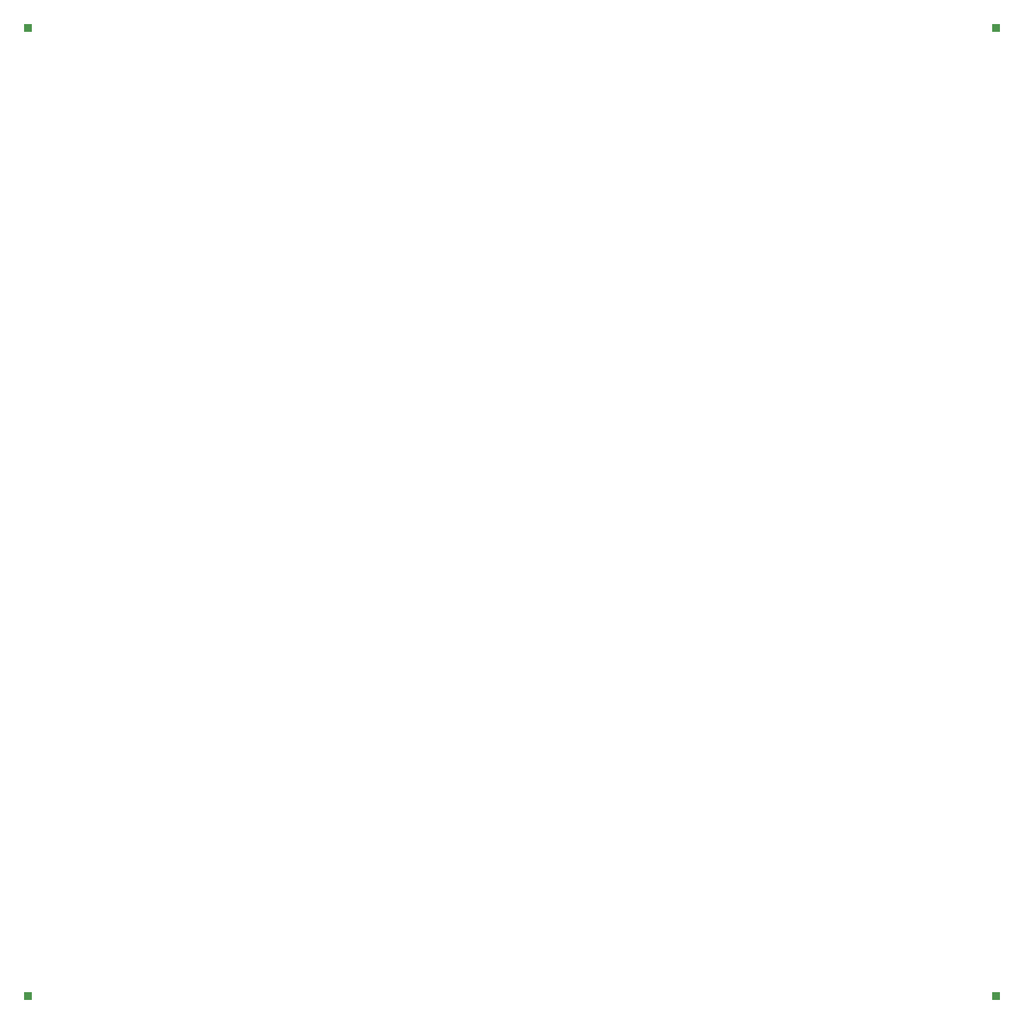
<source format=gbr>
%MOIN*%
%FSLAX24Y24*%
%IPPOS*%
%ADD11R,0.0393X0.0393*%
G54D11*
X000197Y000197D03*
X049803Y000197D03*
X049803Y049803D03*
X000197Y049803D03*
M02*

</source>
